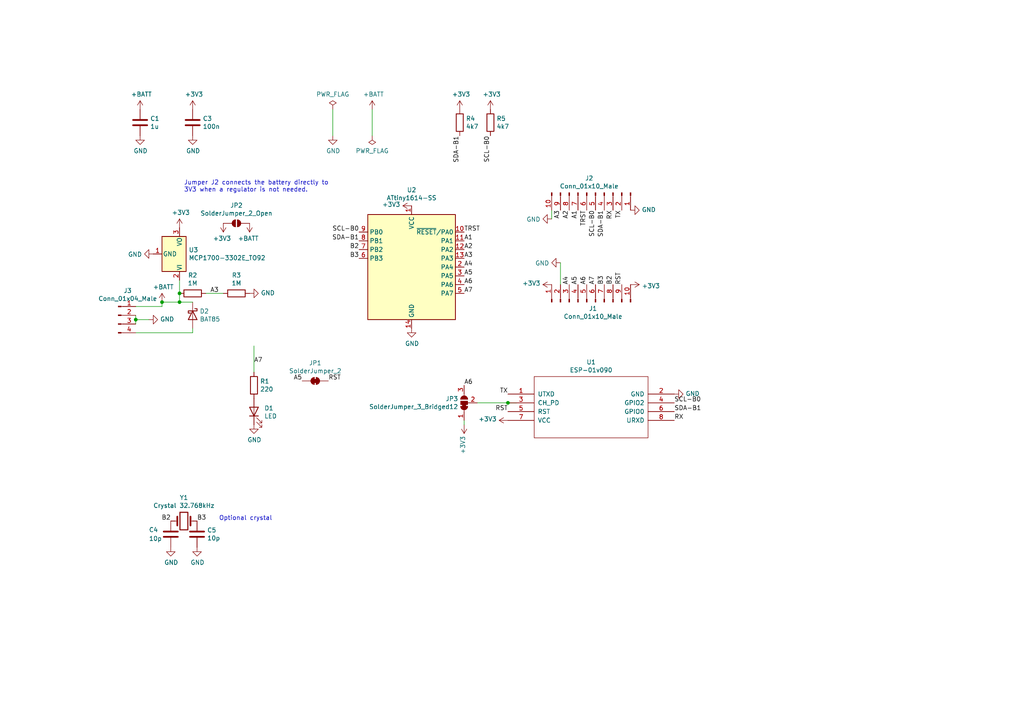
<source format=kicad_sch>
(kicad_sch (version 20250114) (generator "eeschema") (generator_version "9.0")
  (paper "A4")
  (title_block (title "ESP01 Attiny1614 board") (date "2021-09-19") (rev "2.1") (company "http://www.v7f.eu"))
  (lib_symbols
    (symbol "Device:C" (pin_numbers (hide yes)) (pin_names (offset 0.254))
      (property "Reference" "C" (at 0.635 2.54 0))
      (property "Value" "C" (at 0.635 -2.54 0))
      (symbol "C_0_1"
        (polyline (pts (xy -2.032 0.762) (xy 2.032 0.762)) (stroke (width 0.508)))
        (polyline (pts (xy -2.032 -0.762) (xy 2.032 -0.762)) (stroke (width 0.508)))
      )
      (symbol "C_1_1"
        (pin passive line (at 0 3.81 270) (length 2.794) (name "~") (number "1"))
        (pin passive line (at 0 -3.81 90) (length 2.794) (name "~") (number "2"))
      )
    )
    (symbol "Device:Crystal" (pin_numbers (hide yes)) (pin_names (offset 1.016) (hide yes))
      (property "Reference" "Y" (at 0 3.81 0))
      (property "Value" "Crystal" (at 0 -3.81 0))
      (symbol "Crystal_0_1"
        (polyline (pts (xy -2.54 0) (xy -1.905 0)))
        (polyline (pts (xy -1.905 -1.27) (xy -1.905 1.27)) (stroke (width 0.508)))
        (rectangle (start -1.143 2.54) (end 1.143 -2.54) (stroke (width 0.3048)))
        (polyline (pts (xy 1.905 -1.27) (xy 1.905 1.27)) (stroke (width 0.508)))
        (polyline (pts (xy 2.54 0) (xy 1.905 0)))
      )
      (symbol "Crystal_1_1"
        (pin passive line (at -3.81 0 0) (length 1.27) (name "1") (number "1"))
        (pin passive line (at 3.81 0 180) (length 1.27) (name "2") (number "2"))
      )
    )
    (symbol "Device:LED" (pin_numbers (hide yes)) (pin_names (offset 1.016) (hide yes))
      (property "Reference" "D" (at 0 2.54 0))
      (property "Value" "LED" (at 0 -2.54 0))
      (symbol "LED_0_1"
        (polyline (pts (xy -3.048 -0.762) (xy -4.572 -2.286) (xy -3.81 -2.286) (xy -4.572 -2.286) (xy -4.572 -1.524)))
        (polyline (pts (xy -1.778 -0.762) (xy -3.302 -2.286) (xy -2.54 -2.286) (xy -3.302 -2.286) (xy -3.302 -1.524)))
        (polyline (pts (xy -1.27 0) (xy 1.27 0)))
        (polyline (pts (xy -1.27 -1.27) (xy -1.27 1.27)) (stroke (width 0.254)))
        (polyline (pts (xy 1.27 -1.27) (xy 1.27 1.27) (xy -1.27 0) (xy 1.27 -1.27)) (stroke (width 0.254)))
      )
      (symbol "LED_1_1"
        (pin passive line (at -3.81 0 0) (length 2.54) (name "K") (number "1"))
        (pin passive line (at 3.81 0 180) (length 2.54) (name "A") (number "2"))
      )
    )
    (symbol "Device:R" (pin_numbers (hide yes)) (pin_names (offset 0))
      (property "Reference" "R" (at 2.032 0 90))
      (property "Value" "R" (at 0 0 90))
      (symbol "R_0_1"
        (rectangle (start -1.016 -2.54) (end 1.016 2.54) (stroke (width 0.254)))
      )
      (symbol "R_1_1"
        (pin passive line (at 0 3.81 270) (length 1.27) (name "~") (number "1"))
        (pin passive line (at 0 -3.81 90) (length 1.27) (name "~") (number "2"))
      )
    )
    (symbol "Diode:BAT85" (pin_numbers (hide yes)) (pin_names (offset 1.016) (hide yes))
      (property "Reference" "D" (at 0 2.54 0))
      (property "Value" "BAT85" (at 0 -2.54 0))
      (symbol "BAT85_0_1"
        (polyline (pts (xy -1.905 0.635) (xy -1.905 1.27) (xy -1.27 1.27) (xy -1.27 -1.27) (xy -0.635 -1.27) (xy -0.635 -0.635)) (stroke (width 0.254)))
        (polyline (pts (xy 1.27 1.27) (xy 1.27 -1.27) (xy -1.27 0) (xy 1.27 1.27)) (stroke (width 0.254)))
        (polyline (pts (xy 1.27 0) (xy -1.27 0)))
      )
      (symbol "BAT85_1_1"
        (pin passive line (at -3.81 0 0) (length 2.54) (name "K") (number "1"))
        (pin passive line (at 3.81 0 180) (length 2.54) (name "A") (number "2"))
      )
    )
    (symbol "ESP8266:ESP-01v090" (pin_names (offset 1.016))
      (property "Reference" "U" (at 0 -2.54 0))
      (property "Value" "ESP-01v090" (at 0 2.54 0))
      (symbol "ESP-01v090_1_0"
        (rectangle (start -16.51 -8.89) (end 16.51 8.89))
      )
      (symbol "ESP-01v090_1_1"
        (pin output line (at -24.13 3.81 0) (length 7.62) (name "UTXD") (number "1"))
        (pin input line (at -24.13 1.27 0) (length 7.62) (name "CH_PD") (number "3"))
        (pin input line (at -24.13 -1.27 0) (length 7.62) (name "RST") (number "5"))
        (pin power_in line (at -24.13 -3.81 0) (length 7.62) (name "VCC") (number "7"))
        (pin power_in line (at 24.13 3.81 180) (length 7.62) (name "GND") (number "2"))
        (pin tri_state line (at 24.13 1.27 180) (length 7.62) (name "GPIO2") (number "4"))
        (pin tri_state line (at 24.13 -1.27 180) (length 7.62) (name "GPIO0") (number "6"))
        (pin input line (at 24.13 -3.81 180) (length 7.62) (name "URXD") (number "8"))
      )
    )
    (symbol "ESPTiny1614-rescue:+3V3-power" (power) (pin_names (offset 0))
      (property "Value" "power_+3V3" (at 0 3.556 0))
      (symbol "+3V3-power_0_1"
        (polyline (pts (xy -0.762 1.27) (xy 0 2.54)))
        (polyline (pts (xy 0 2.54) (xy 0.762 1.27)))
        (polyline (pts (xy 0 0) (xy 0 2.54)))
      )
      (symbol "+3V3-power_1_1"
        (pin power_in line (at 0 0 90) (length 0) (hide yes) (name "+3V3") (number "1"))
      )
    )
    (symbol "ESPTiny1614-rescue:+BATT-power" (power) (pin_names (offset 0))
      (property "Value" "power_+BATT" (at 0 3.556 0))
      (symbol "+BATT-power_0_1"
        (polyline (pts (xy -0.762 1.27) (xy 0 2.54)))
        (polyline (pts (xy 0 2.54) (xy 0.762 1.27)))
        (polyline (pts (xy 0 0) (xy 0 2.54)))
      )
      (symbol "+BATT-power_1_1"
        (pin power_in line (at 0 0 90) (length 0) (hide yes) (name "+BATT") (number "1"))
      )
    )
    (symbol "ESPTiny1614-rescue:Conn_01x04_Male-Connector" (pin_names (offset 1.016) (hide yes))
      (property "Reference" "J" (at 0 5.08 0))
      (property "Value" "Connector_Conn_01x04_Male" (at 0 -7.62 0))
      (symbol "Conn_01x04_Male-Connector_1_1"
        (rectangle (start 0.8636 2.667) (end 0 2.413) (stroke (width 0.1524)) (fill (type outline)))
        (rectangle (start 0.8636 0.127) (end 0 -0.127) (stroke (width 0.1524)) (fill (type outline)))
        (rectangle (start 0.8636 -2.413) (end 0 -2.667) (stroke (width 0.1524)) (fill (type outline)))
        (rectangle (start 0.8636 -4.953) (end 0 -5.207) (stroke (width 0.1524)) (fill (type outline)))
        (polyline (pts (xy 1.27 2.54) (xy 0.8636 2.54)) (stroke (width 0.1524)))
        (polyline (pts (xy 1.27 0) (xy 0.8636 0)) (stroke (width 0.1524)))
        (polyline (pts (xy 1.27 -2.54) (xy 0.8636 -2.54)) (stroke (width 0.1524)))
        (polyline (pts (xy 1.27 -5.08) (xy 0.8636 -5.08)) (stroke (width 0.1524)))
        (pin passive line (at 5.08 2.54 180) (length 3.81) (name "Pin_1") (number "1"))
        (pin passive line (at 5.08 0 180) (length 3.81) (name "Pin_2") (number "2"))
        (pin passive line (at 5.08 -2.54 180) (length 3.81) (name "Pin_3") (number "3"))
        (pin passive line (at 5.08 -5.08 180) (length 3.81) (name "Pin_4") (number "4"))
      )
    )
    (symbol "ESPTiny1614-rescue:Conn_01x10_Male-Connector" (pin_names (offset 1.016) (hide yes))
      (property "Reference" "J" (at 0 12.7 0))
      (property "Value" "Connector_Conn_01x10_Male" (at 0 -15.24 0))
      (symbol "Conn_01x10_Male-Connector_1_1"
        (rectangle (start 0.8636 10.287) (end 0 10.033) (stroke (width 0.1524)) (fill (type outline)))
        (rectangle (start 0.8636 7.747) (end 0 7.493) (stroke (width 0.1524)) (fill (type outline)))
        (rectangle (start 0.8636 5.207) (end 0 4.953) (stroke (width 0.1524)) (fill (type outline)))
        (rectangle (start 0.8636 2.667) (end 0 2.413) (stroke (width 0.1524)) (fill (type outline)))
        (rectangle (start 0.8636 0.127) (end 0 -0.127) (stroke (width 0.1524)) (fill (type outline)))
        (rectangle (start 0.8636 -2.413) (end 0 -2.667) (stroke (width 0.1524)) (fill (type outline)))
        (rectangle (start 0.8636 -4.953) (end 0 -5.207) (stroke (width 0.1524)) (fill (type outline)))
        (rectangle (start 0.8636 -7.493) (end 0 -7.747) (stroke (width 0.1524)) (fill (type outline)))
        (rectangle (start 0.8636 -10.033) (end 0 -10.287) (stroke (width 0.1524)) (fill (type outline)))
        (rectangle (start 0.8636 -12.573) (end 0 -12.827) (stroke (width 0.1524)) (fill (type outline)))
        (polyline (pts (xy 1.27 10.16) (xy 0.8636 10.16)) (stroke (width 0.1524)))
        (polyline (pts (xy 1.27 7.62) (xy 0.8636 7.62)) (stroke (width 0.1524)))
        (polyline (pts (xy 1.27 5.08) (xy 0.8636 5.08)) (stroke (width 0.1524)))
        (polyline (pts (xy 1.27 2.54) (xy 0.8636 2.54)) (stroke (width 0.1524)))
        (polyline (pts (xy 1.27 0) (xy 0.8636 0)) (stroke (width 0.1524)))
        (polyline (pts (xy 1.27 -2.54) (xy 0.8636 -2.54)) (stroke (width 0.1524)))
        (polyline (pts (xy 1.27 -5.08) (xy 0.8636 -5.08)) (stroke (width 0.1524)))
        (polyline (pts (xy 1.27 -7.62) (xy 0.8636 -7.62)) (stroke (width 0.1524)))
        (polyline (pts (xy 1.27 -10.16) (xy 0.8636 -10.16)) (stroke (width 0.1524)))
        (polyline (pts (xy 1.27 -12.7) (xy 0.8636 -12.7)) (stroke (width 0.1524)))
        (pin passive line (at 5.08 10.16 180) (length 3.81) (name "Pin_1") (number "1"))
        (pin passive line (at 5.08 7.62 180) (length 3.81) (name "Pin_2") (number "2"))
        (pin passive line (at 5.08 5.08 180) (length 3.81) (name "Pin_3") (number "3"))
        (pin passive line (at 5.08 2.54 180) (length 3.81) (name "Pin_4") (number "4"))
        (pin passive line (at 5.08 0 180) (length 3.81) (name "Pin_5") (number "5"))
        (pin passive line (at 5.08 -2.54 180) (length 3.81) (name "Pin_6") (number "6"))
        (pin passive line (at 5.08 -5.08 180) (length 3.81) (name "Pin_7") (number "7"))
        (pin passive line (at 5.08 -7.62 180) (length 3.81) (name "Pin_8") (number "8"))
        (pin passive line (at 5.08 -10.16 180) (length 3.81) (name "Pin_9") (number "9"))
        (pin passive line (at 5.08 -12.7 180) (length 3.81) (name "Pin_10") (number "10"))
      )
    )
    (symbol "ESPTiny1614-rescue:GND-power" (power) (pin_names (offset 0))
      (property "Value" "power_GND" (at 0 -3.81 0))
      (symbol "GND-power_0_1"
        (polyline (pts (xy 0 0) (xy 0 -1.27) (xy 1.27 -1.27) (xy 0 -2.54) (xy -1.27 -1.27) (xy 0 -1.27)))
      )
      (symbol "GND-power_1_1"
        (pin power_in line (at 0 0 270) (length 0) (hide yes) (name "GND") (number "1"))
      )
    )
    (symbol "ESPTiny1614-rescue:MCP1700-3302E_TO92-Regulator_Linear" (pin_names (offset 0.254))
      (property "Reference" "U" (at -3.81 -3.175 0))
      (property "Value" "Regulator_Linear_MCP1700-3302E_TO92" (at 0 -3.175 0))
      (symbol "MCP1700-3302E_TO92-Regulator_Linear_0_1"
        (rectangle (start -5.08 5.08) (end 5.08 -1.905) (stroke (width 0.254)) (fill (type background)))
      )
      (symbol "MCP1700-3302E_TO92-Regulator_Linear_1_1"
        (pin power_in line (at -7.62 0 0) (length 2.54) (name "VI") (number "2"))
        (pin power_in line (at 0 7.62 270) (length 2.54) (name "GND") (number "1"))
        (pin power_out line (at 7.62 0 180) (length 2.54) (name "VO") (number "3"))
      )
    )
    (symbol "ESPTiny1614-rescue:PWR_FLAG-power" (power) (pin_numbers (hide yes)) (pin_names (offset 0) (hide yes))
      (property "Value" "power_PWR_FLAG" (at 0 3.81 0))
      (symbol "PWR_FLAG-power_0_0"
        (pin power_out line (at 0 0 90) (length 0) (name "pwr") (number "1"))
      )
      (symbol "PWR_FLAG-power_0_1"
        (polyline (pts (xy 0 0) (xy 0 1.27) (xy -1.016 1.905) (xy 0 2.54) (xy 1.016 1.905) (xy 0 1.27)))
      )
    )
    (symbol "Jumper:SolderJumper_2_Bridged" (pin_numbers (hide yes)) (pin_names (offset 0) (hide yes)) (exclude_from_sim yes) (in_bom no)
      (property "Reference" "JP" (at 0 2.032 0))
      (property "Value" "SolderJumper_2_Bridged" (at 0 -2.54 0))
      (symbol "SolderJumper_2_Bridged_0_1"
        (rectangle (start -0.508 0.508) (end 0.508 -0.508) (fill (type outline)))
        (polyline (pts (xy -0.254 1.016) (xy -0.254 -1.016)))
        (arc (start -0.254 -1.016) (mid -1.2656 0) (end -0.254 1.016))
        (arc (start -0.254 -1.016) (mid -1.2656 0) (end -0.254 1.016) (fill (type outline)))
        (arc (start 0.254 1.016) (mid 1.2656 0) (end 0.254 -1.016))
        (arc (start 0.254 1.016) (mid 1.2656 0) (end 0.254 -1.016) (fill (type outline)))
        (polyline (pts (xy 0.254 1.016) (xy 0.254 -1.016)))
      )
      (symbol "SolderJumper_2_Bridged_1_1"
        (pin passive line (at -3.81 0 0) (length 2.54) (name "A") (number "1"))
        (pin passive line (at 3.81 0 180) (length 2.54) (name "B") (number "2"))
      )
    )
    (symbol "Jumper:SolderJumper_2_Open" (pin_numbers (hide yes)) (pin_names (offset 0) (hide yes)) (exclude_from_sim yes) (in_bom no)
      (property "Reference" "JP" (at 0 2.032 0))
      (property "Value" "SolderJumper_2_Open" (at 0 -2.54 0))
      (symbol "SolderJumper_2_Open_0_1"
        (polyline (pts (xy -0.254 1.016) (xy -0.254 -1.016)))
        (arc (start -0.254 -1.016) (mid -1.2656 0) (end -0.254 1.016))
        (arc (start -0.254 -1.016) (mid -1.2656 0) (end -0.254 1.016) (fill (type outline)))
        (arc (start 0.254 1.016) (mid 1.2656 0) (end 0.254 -1.016))
        (arc (start 0.254 1.016) (mid 1.2656 0) (end 0.254 -1.016) (fill (type outline)))
        (polyline (pts (xy 0.254 1.016) (xy 0.254 -1.016)))
      )
      (symbol "SolderJumper_2_Open_1_1"
        (pin passive line (at -3.81 0 0) (length 2.54) (name "A") (number "1"))
        (pin passive line (at 3.81 0 180) (length 2.54) (name "B") (number "2"))
      )
    )
    (symbol "MCU_Microchip_ATtiny:ATtiny1614-SS"
      (property "Reference" "U" (at -12.7 16.51 0))
      (property "Value" "ATtiny1614-SS" (at 2.54 -16.51 0))
      (symbol "ATtiny1614-SS_0_1"
        (rectangle (start -12.7 -15.24) (end 12.7 15.24) (stroke (width 0.254)) (fill (type background)))
      )
      (symbol "ATtiny1614-SS_1_1"
        (pin bidirectional line (at -15.24 10.16 0) (length 2.54) (name "PB0") (number "9"))
        (pin bidirectional line (at -15.24 7.62 0) (length 2.54) (name "PB1") (number "8"))
        (pin bidirectional line (at -15.24 5.08 0) (length 2.54) (name "PB2") (number "7"))
        (pin bidirectional line (at -15.24 2.54 0) (length 2.54) (name "PB3") (number "6"))
        (pin power_in line (at 0 17.78 270) (length 2.54) (name "VCC") (number "1"))
        (pin power_in line (at 0 -17.78 90) (length 2.54) (name "GND") (number "14"))
        (pin bidirectional line (at 15.24 10.16 180) (length 2.54) (name "~{RESET}/PA0") (number "10"))
        (pin bidirectional line (at 15.24 7.62 180) (length 2.54) (name "PA1") (number "11"))
        (pin bidirectional line (at 15.24 5.08 180) (length 2.54) (name "PA2") (number "12"))
        (pin bidirectional line (at 15.24 2.54 180) (length 2.54) (name "PA3") (number "13"))
        (pin bidirectional line (at 15.24 0 180) (length 2.54) (name "PA4") (number "2"))
        (pin bidirectional line (at 15.24 -2.54 180) (length 2.54) (name "PA5") (number "3"))
        (pin bidirectional line (at 15.24 -5.08 180) (length 2.54) (name "PA6") (number "4"))
        (pin bidirectional line (at 15.24 -7.62 180) (length 2.54) (name "PA7") (number "5"))
      )
    )
    (symbol "MyJumper:SolderJumper_3_Bridged12" (pin_names (offset 0) (hide yes))
      (property "Reference" "JP" (at -2.54 -2.54 0))
      (property "Value" "SolderJumper_3_Bridged12" (at 0 2.794 0))
      (symbol "SolderJumper_3_Bridged12_0_1"
        (polyline (pts (xy -2.54 0) (xy -2.032 0)))
        (polyline (pts (xy -1.016 1.016) (xy -1.016 -1.016)))
        (rectangle (start -1.016 0.508) (end -0.508 -0.508) (fill (type outline)))
        (arc (start -1.016 -1.016) (mid -2.032 0) (end -1.016 1.016))
        (arc (start -1.016 -1.016) (mid -2.032 0) (end -1.016 1.016) (fill (type outline)))
        (rectangle (start -0.508 1.016) (end 0.508 -1.016) (fill (type outline)))
        (polyline (pts (xy 0 -1.27) (xy 0 -1.016)))
        (polyline (pts (xy 1.016 1.016) (xy 1.016 -1.016)))
        (arc (start 1.016 1.016) (mid 2.032 0) (end 1.016 -1.016))
        (arc (start 1.016 1.016) (mid 2.032 0) (end 1.016 -1.016) (fill (type outline)))
        (polyline (pts (xy 2.54 0) (xy 2.032 0)))
      )
      (symbol "SolderJumper_3_Bridged12_1_1"
        (pin passive line (at -5.08 0 0) (length 2.54) (name "A") (number "1"))
        (pin passive line (at 0 -3.81 90) (length 2.54) (name "C") (number "2"))
        (pin passive line (at 5.08 0 180) (length 2.54) (name "B") (number "3"))
      )
    )
  )
  (text "Jumper J2 connects the battery directly to\n3V3 when a regulator is not needed." (at 53.34 55.88 0) (effects (font (size 1.27 1.27)) (justify left bottom)))
  (text "Optional crystal" (at 63.5 151.13 0) (effects (font (size 1.27 1.27)) (justify left bottom)))
  (junction (at 147.32 116.84))
  (junction (at 46.99 87.63))
  (junction (at 39.37 92.71))
  (junction (at 52.07 87.63))
  (junction (at 52.07 85.09))
  (wire (pts (xy 46.99 87.63) (xy 46.99 88.9)))
  (wire (pts (xy 55.88 87.63) (xy 52.07 87.63)))
  (wire (pts (xy 96.52 31.75) (xy 96.52 39.37)))
  (wire (pts (xy 160.02 60.96) (xy 160.02 63.5)))
  (wire (pts (xy 39.37 91.44) (xy 39.37 92.71)))
  (wire (pts (xy 52.07 81.28) (xy 52.07 85.09)))
  (wire (pts (xy 149.86 116.84) (xy 147.32 116.84)))
  (wire (pts (xy 46.99 88.9) (xy 39.37 88.9)))
  (wire (pts (xy 52.07 87.63) (xy 46.99 87.63)))
  (wire (pts (xy 73.66 100.33) (xy 73.66 107.95)))
  (wire (pts (xy 162.56 76.2) (xy 162.56 82.55)))
  (wire (pts (xy 134.62 123.19) (xy 134.62 121.92)))
  (wire (pts (xy 55.88 96.52) (xy 55.88 95.25)))
  (wire (pts (xy 52.07 85.09) (xy 52.07 87.63)))
  (wire (pts (xy 147.32 116.84) (xy 138.43 116.84)))
  (wire (pts (xy 39.37 92.71) (xy 43.18 92.71)))
  (wire (pts (xy 107.95 31.75) (xy 107.95 39.37)))
  (wire (pts (xy 39.37 92.71) (xy 39.37 93.98)))
  (wire (pts (xy 59.69 85.09) (xy 64.77 85.09)))
  (wire (pts (xy 39.37 96.52) (xy 55.88 96.52)))
  (label "A6" (at 170.18 82.55 90))
  (label "A5" (at 167.64 82.55 90))
  (label "SDA-B1" (at 175.26 60.96 270))
  (label "SCL-B0" (at 195.58 116.84 0))
  (label "RST" (at 147.32 119.38 180))
  (label "B3" (at 104.14 74.93 180))
  (label "A3" (at 134.62 74.93 0))
  (label "A7" (at 172.72 82.55 90))
  (label "A5" (at 134.62 80.01 0))
  (label "A3" (at 162.56 60.96 270))
  (label "A2" (at 134.62 72.39 0))
  (label "SCL-B0" (at 104.14 67.31 180))
  (label "RX" (at 177.8 60.96 270))
  (label "TX" (at 180.34 60.96 270))
  (label "A4" (at 165.1 82.55 90))
  (label "B3" (at 175.26 82.55 90))
  (label "B2" (at 49.53 151.13 180))
  (label "RX" (at 195.58 121.92 0))
  (label "A7" (at 134.62 85.09 0))
  (label "SCL-B0" (at 172.72 60.96 270))
  (label "A6" (at 134.62 111.76 0))
  (label "TRST" (at 134.62 67.31 0))
  (label "A3" (at 60.96 85.09 0))
  (label "TX" (at 147.32 114.3 180))
  (label "A6" (at 134.62 82.55 0))
  (label "SDA-B1" (at 104.14 69.85 180))
  (label "SCL-B0" (at 142.24 39.37 270))
  (label "A5" (at 87.63 110.49 180))
  (label "A7" (at 73.66 105.41 0))
  (label "A1" (at 167.64 60.96 270))
  (label "A1" (at 134.62 69.85 0))
  (label "B2" (at 104.14 72.39 180))
  (label "A2" (at 165.1 60.96 270))
  (label "SDA-B1" (at 195.58 119.38 0))
  (label "B3" (at 57.15 151.13 0))
  (label "RST" (at 95.25 110.49 0))
  (label "RST" (at 180.34 82.55 90))
  (label "A4" (at 134.62 77.47 0))
  (label "TRST" (at 170.18 60.96 270))
  (label "B2" (at 177.8 82.55 90))
  (label "SDA-B1" (at 133.35 39.37 270))
  (symbol (lib_id "ESP8266:ESP-01v090") (at 171.45 118.11 0) (unit 1)
    (property "Reference" "U1" (at 171.45 105.029 0))
    (property "Value" "ESP-01v090" (at 171.45 107.3404 0))
    (property "Footprint" "ESP8266:ESP-01" (effects (hide yes)))
    (property "Datasheet" "http://l0l.org.uk/2014/12/esp8266-modules-hardware-guide-gotta-catch-em-all/" (effects (hide yes)))
  )
  (symbol (lib_id "ESPTiny1614-rescue:GND-power") (at 195.58 114.3 90) (unit 1)
    (property "Reference" "#PWR02" (effects (hide yes)))
    (property "Value" "GND" (at 198.8312 114.173 90) (effects (justify right)))
  )
  (symbol (lib_id "ESPTiny1614-rescue:Conn_01x10_Male-Connector") (at 170.18 87.63 90) (unit 1)
    (property "Reference" "J1" (at 172.0088 89.4842 90))
    (property "Value" "Conn_01x10_Male" (at 172.0088 91.7956 90))
    (property "Footprint" "Connector_PinHeader_2.54mm:PinHeader_1x10_P2.54mm_Vertical" (effects (hide yes)))
  )
  (symbol (lib_id "Diode:BAT85") (at 55.88 91.44 270) (unit 1)
    (property "Reference" "D2" (at 57.912 90.2716 90) (effects (justify left)))
    (property "Value" "BAT85" (at 57.912 92.583 90) (effects (justify left)))
    (property "Footprint" "Diode_THT:D_DO-35_SOD27_P2.54mm_Vertical_AnodeUp" (effects (hide yes)))
    (property "Datasheet" "https://assets.nexperia.com/documents/data-sheet/BAT85.pdf" (effects (hide yes)))
  )
  (symbol (lib_id "Device:C") (at 55.88 35.56 0) (unit 1)
    (property "Reference" "C3" (at 58.801 34.3916 0) (effects (justify left)))
    (property "Value" "100n" (at 58.801 36.703 0) (effects (justify left)))
    (property "Footprint" "Capacitor_THT:C_Disc_D3.8mm_W2.6mm_P2.50mm" (effects (hide yes)))
  )
  (symbol (lib_id "Device:LED") (at 73.66 119.38 90) (unit 1)
    (property "Reference" "D1" (at 76.6572 118.3894 90) (effects (justify right)))
    (property "Value" "LED" (at 76.6572 120.7008 90) (effects (justify right)))
    (property "Footprint" "LED_THT:LED_D3.0mm" (effects (hide yes)))
  )
  (symbol (lib_id "Device:R") (at 73.66 111.76 0) (unit 1)
    (property "Reference" "R1" (at 75.438 110.5916 0) (effects (justify left)))
    (property "Value" "220" (at 75.438 112.903 0) (effects (justify left)))
    (property "Footprint" "Resistor_THT:R_Axial_DIN0207_L6.3mm_D2.5mm_P2.54mm_Vertical" (effects (hide yes)))
  )
  (symbol (lib_id "ESPTiny1614-rescue:Conn_01x10_Male-Connector") (at 172.72 55.88 270) (unit 1)
    (property "Reference" "J2" (at 170.8912 51.689 90))
    (property "Value" "Conn_01x10_Male" (at 170.8912 54.0004 90))
    (property "Footprint" "Connector_PinHeader_2.54mm:PinHeader_1x10_P2.54mm_Vertical" (effects (hide yes)))
  )
  (symbol (lib_id "ESPTiny1614-rescue:MCP1700-3302E_TO92-Regulator_Linear") (at 52.07 73.66 90) (unit 1)
    (property "Reference" "U3" (at 54.737 72.4916 90) (effects (justify right)))
    (property "Value" "MCP1700-3302E_TO92" (at 54.737 74.803 90) (effects (justify right)))
    (property "Footprint" "Package_TO_SOT_THT:TO-92_Inline" (effects (hide yes)))
    (property "Datasheet" "http://ww1.microchip.com/downloads/en/DeviceDoc/20001826D.pdf" (effects (hide yes)))
  )
  (symbol (lib_id "Device:C") (at 40.64 35.56 0) (unit 1)
    (property "Reference" "C1" (at 43.561 34.3916 0) (effects (justify left)))
    (property "Value" "1u" (at 43.561 36.703 0) (effects (justify left)))
    (property "Footprint" "Capacitor_THT:C_Disc_D3.8mm_W2.6mm_P2.50mm" (effects (hide yes)))
  )
  (symbol (lib_id "ESPTiny1614-rescue:Conn_01x04_Male-Connector") (at 34.29 91.44 0) (unit 1)
    (property "Reference" "J3" (at 37.0332 84.3026 0))
    (property "Value" "Conn_01x04_Male" (at 37.0332 86.614 0))
    (property "Footprint" "Connector_PinHeader_2.54mm:PinHeader_1x04_P2.54mm_Vertical" (effects (hide yes)))
  )
  (symbol (lib_id "ESPTiny1614-rescue:GND-power") (at 43.18 92.71 90) (unit 1)
    (property "Reference" "#PWR0101" (effects (hide yes)))
    (property "Value" "GND" (at 46.4312 92.583 90) (effects (justify right)))
  )
  (symbol (lib_id "ESPTiny1614-rescue:+BATT-power") (at 46.99 87.63 0) (unit 1)
    (property "Reference" "#PWR0102" (effects (hide yes)))
    (property "Value" "+BATT" (at 47.371 83.2358 0))
  )
  (symbol (lib_id "ESPTiny1614-rescue:GND-power") (at 44.45 73.66 270) (unit 1)
    (property "Reference" "#PWR0103" (effects (hide yes)))
    (property "Value" "GND" (at 41.1988 73.787 90) (effects (justify right)))
  )
  (symbol (lib_id "ESPTiny1614-rescue:+3V3-power") (at 52.07 66.04 0) (unit 1)
    (property "Reference" "#PWR0104" (effects (hide yes)))
    (property "Value" "+3V3" (at 52.451 61.6458 0))
  )
  (symbol (lib_id "ESPTiny1614-rescue:+3V3-power") (at 55.88 31.75 0) (unit 1)
    (property "Reference" "#PWR0106" (effects (hide yes)))
    (property "Value" "+3V3" (at 56.261 27.3558 0))
  )
  (symbol (lib_id "ESPTiny1614-rescue:GND-power") (at 55.88 39.37 0) (unit 1)
    (property "Reference" "#PWR0107" (effects (hide yes)))
    (property "Value" "GND" (at 56.007 43.7642 0))
  )
  (symbol (lib_id "ESPTiny1614-rescue:GND-power") (at 40.64 39.37 0) (unit 1)
    (property "Reference" "#PWR0109" (effects (hide yes)))
    (property "Value" "GND" (at 40.767 43.7642 0))
  )
  (symbol (lib_id "ESPTiny1614-rescue:+BATT-power") (at 40.64 31.75 0) (unit 1)
    (property "Reference" "#PWR0110" (effects (hide yes)))
    (property "Value" "+BATT" (at 41.021 27.3558 0))
  )
  (symbol (lib_id "ESPTiny1614-rescue:GND-power") (at 73.66 123.19 0) (unit 1)
    (property "Reference" "#PWR0111" (effects (hide yes)))
    (property "Value" "GND" (at 73.787 127.5842 0))
  )
  (symbol (lib_id "ESPTiny1614-rescue:GND-power") (at 96.52 39.37 0) (unit 1)
    (property "Reference" "#PWR0112" (effects (hide yes)))
    (property "Value" "GND" (at 96.647 43.7642 0))
  )
  (symbol (lib_id "ESPTiny1614-rescue:PWR_FLAG-power") (at 96.52 31.75 0) (unit 1)
    (property "Reference" "#FLG0101" (effects (hide yes)))
    (property "Value" "PWR_FLAG" (at 96.52 27.3558 0))
  )
  (symbol (lib_id "ESPTiny1614-rescue:+3V3-power") (at 147.32 121.92 90) (unit 1)
    (property "Reference" "#PWR0116" (effects (hide yes)))
    (property "Value" "+3V3" (at 144.0688 121.539 90) (effects (justify left)))
  )
  (symbol (lib_id "ESPTiny1614-rescue:+3V3-power") (at 182.88 82.55 270) (unit 1)
    (property "Reference" "#PWR0118" (effects (hide yes)))
    (property "Value" "+3V3" (at 186.1312 82.931 90) (effects (justify left)))
  )
  (symbol (lib_id "ESPTiny1614-rescue:GND-power") (at 182.88 60.96 90) (unit 1)
    (property "Reference" "#PWR0119" (effects (hide yes)))
    (property "Value" "GND" (at 186.1312 60.833 90) (effects (justify right)))
  )
  (symbol (lib_id "ESPTiny1614-rescue:GND-power") (at 160.02 63.5 270) (unit 1)
    (property "Reference" "#PWR0120" (effects (hide yes)))
    (property "Value" "GND" (at 156.7688 63.627 90) (effects (justify right)))
  )
  (symbol (lib_id "ESPTiny1614-rescue:+3V3-power") (at 160.02 82.55 90) (unit 1)
    (property "Reference" "#PWR0121" (effects (hide yes)))
    (property "Value" "+3V3" (at 156.7688 82.169 90) (effects (justify left)))
  )
  (symbol (lib_id "ESPTiny1614-rescue:GND-power") (at 162.56 76.2 270) (unit 1)
    (property "Reference" "#PWR0122" (effects (hide yes)))
    (property "Value" "GND" (at 159.3088 76.327 90) (effects (justify right)))
  )
  (symbol (lib_id "ESPTiny1614-rescue:PWR_FLAG-power") (at 107.95 39.37 180) (unit 1)
    (property "Reference" "#FLG0103" (effects (hide yes)))
    (property "Value" "PWR_FLAG" (at 107.95 43.7642 0))
  )
  (symbol (lib_id "ESPTiny1614-rescue:+BATT-power") (at 107.95 31.75 0) (unit 1)
    (property "Reference" "#PWR0123" (effects (hide yes)))
    (property "Value" "+BATT" (at 108.331 27.3558 0))
  )
  (symbol (lib_id "ESPTiny1614-rescue:+3V3-power") (at 133.35 31.75 0) (unit 1)
    (property "Reference" "#PWR03" (effects (hide yes)))
    (property "Value" "+3V3" (at 133.731 27.3558 0))
  )
  (symbol (lib_id "Device:R") (at 133.35 35.56 0) (unit 1)
    (property "Reference" "R4" (at 135.128 34.3916 0) (effects (justify left)))
    (property "Value" "4k7" (at 135.128 36.703 0) (effects (justify left)))
    (property "Footprint" "Resistor_THT:R_Axial_DIN0207_L6.3mm_D2.5mm_P2.54mm_Vertical" (effects (hide yes)))
  )
  (symbol (lib_id "ESPTiny1614-rescue:+3V3-power") (at 142.24 31.75 0) (unit 1)
    (property "Reference" "#PWR04" (effects (hide yes)))
    (property "Value" "+3V3" (at 142.621 27.3558 0))
  )
  (symbol (lib_id "Device:R") (at 142.24 35.56 0) (unit 1)
    (property "Reference" "R5" (at 144.018 34.3916 0) (effects (justify left)))
    (property "Value" "4k7" (at 144.018 36.703 0) (effects (justify left)))
    (property "Footprint" "Resistor_THT:R_Axial_DIN0207_L6.3mm_D2.5mm_P2.54mm_Vertical" (effects (hide yes)))
  )
  (symbol (lib_id "Jumper:SolderJumper_2_Bridged") (at 91.44 110.49 0) (unit 1)
    (property "Reference" "JP1" (at 91.44 105.283 0))
    (property "Value" "SolderJumper_2" (at 91.44 107.5944 0))
    (property "Footprint" "Jumper:SolderJumper-2_P1.3mm_Bridged_RoundedPad1.0x1.5mm" (effects (hide yes)))
  )
  (symbol (lib_id "Jumper:SolderJumper_2_Open") (at 68.58 64.77 0) (unit 1)
    (property "Reference" "JP2" (at 68.58 59.563 0))
    (property "Value" "SolderJumper_2_Open" (at 68.58 61.8744 0))
    (property "Footprint" "Jumper:SolderJumper-2_P1.3mm_Open_Pad1.0x1.5mm" (effects (hide yes)))
  )
  (symbol (lib_id "ESPTiny1614-rescue:+BATT-power") (at 72.39 64.77 180) (unit 1)
    (property "Reference" "#PWR07" (effects (hide yes)))
    (property "Value" "+BATT" (at 72.009 69.1642 0))
  )
  (symbol (lib_id "ESPTiny1614-rescue:+3V3-power") (at 64.77 64.77 180) (unit 1)
    (property "Reference" "#PWR06" (effects (hide yes)))
    (property "Value" "+3V3" (at 64.389 69.1642 0))
  )
  (symbol (lib_id "MyJumper:SolderJumper_3_Bridged12") (at 134.62 116.84 90) (unit 1)
    (property "Reference" "JP3" (at 132.8928 115.6716 90) (effects (justify left)))
    (property "Value" "SolderJumper_3_Bridged12" (at 132.8928 117.983 90) (effects (justify left)))
    (property "Footprint" "Jumper:SolderJumper-3_P1.3mm_Bridged12_RoundedPad1.0x1.5mm_NumberLabels" (effects (hide yes)))
  )
  (symbol (lib_id "Device:R") (at 55.88 85.09 270) (unit 1)
    (property "Reference" "R2" (at 55.88 79.8322 90))
    (property "Value" "1M" (at 55.88 82.1436 90))
    (property "Footprint" "Resistor_THT:R_Axial_DIN0207_L6.3mm_D2.5mm_P2.54mm_Vertical" (effects (hide yes)))
  )
  (symbol (lib_id "Device:R") (at 68.58 85.09 270) (unit 1)
    (property "Reference" "R3" (at 68.58 79.8322 90))
    (property "Value" "1M" (at 68.58 82.1436 90))
    (property "Footprint" "Resistor_THT:R_Axial_DIN0207_L6.3mm_D2.5mm_P2.54mm_Vertical" (effects (hide yes)))
  )
  (symbol (lib_id "ESPTiny1614-rescue:GND-power") (at 72.39 85.09 90) (unit 1)
    (property "Reference" "#PWR01" (effects (hide yes)))
    (property "Value" "GND" (at 75.6412 84.963 90) (effects (justify right)))
  )
  (symbol (lib_id "MCU_Microchip_ATtiny:ATtiny1614-SS") (at 119.38 77.47 0) (unit 1)
    (property "Reference" "U2" (at 119.38 55.0926 0))
    (property "Value" "ATtiny1614-SS" (at 119.38 57.404 0))
    (property "Footprint" "Package_SO:SOIC-14_3.9x8.7mm_P1.27mm" (effects (hide yes)))
    (property "Datasheet" "http://ww1.microchip.com/downloads/en/DeviceDoc/ATtiny1614-data-sheet-40001995A.pdf" (effects (hide yes)))
  )
  (symbol (lib_id "ESPTiny1614-rescue:+3V3-power") (at 119.38 59.69 90) (unit 1)
    (property "Reference" "#PWR0113" (effects (hide yes)))
    (property "Value" "+3V3" (at 116.1288 59.309 90) (effects (justify left)))
  )
  (symbol (lib_id "ESPTiny1614-rescue:GND-power") (at 119.38 95.25 0) (unit 1)
    (property "Reference" "#PWR0114" (effects (hide yes)))
    (property "Value" "GND" (at 119.507 99.6442 0))
  )
  (symbol (lib_id "ESPTiny1614-rescue:+3V3-power") (at 134.62 123.19 180) (unit 1)
    (property "Reference" "#PWR05" (effects (hide yes)))
    (property "Value" "+3V3" (at 134.239 126.4412 90) (effects (justify left)))
  )
  (symbol (lib_id "Device:Crystal") (at 53.34 151.13 0) (unit 1)
    (property "Reference" "Y1" (at 53.34 144.3228 0))
    (property "Value" "Crystal 32.768kHz" (at 53.34 146.6342 0))
    (property "Footprint" "Crystal:Crystal_Round_D3.0mm_Vertical" (effects (hide yes)))
  )
  (symbol (lib_id "Device:C") (at 57.15 154.94 0) (unit 1)
    (property "Reference" "C5" (at 60.071 153.7716 0) (effects (justify left)))
    (property "Value" "10p" (at 60.071 156.083 0) (effects (justify left)))
    (property "Footprint" "Capacitor_THT:C_Disc_D3.0mm_W1.6mm_P2.50mm" (effects (hide yes)))
  )
  (symbol (lib_id "Device:C") (at 49.53 154.94 0) (unit 1)
    (property "Reference" "C4" (at 43.18 153.67 0) (effects (justify left)))
    (property "Value" "10p" (at 43.18 156.21 0) (effects (justify left)))
    (property "Footprint" "Capacitor_THT:C_Disc_D3.0mm_W1.6mm_P2.50mm" (effects (hide yes)))
  )
  (symbol (lib_id "ESPTiny1614-rescue:GND-power") (at 57.15 158.75 0) (unit 1)
    (property "Reference" "#PWR0115" (effects (hide yes)))
    (property "Value" "GND" (at 57.277 163.1442 0))
  )
  (symbol (lib_id "ESPTiny1614-rescue:GND-power") (at 49.53 158.75 0) (unit 1)
    (property "Reference" "#PWR0117" (effects (hide yes)))
    (property "Value" "GND" (at 49.657 163.1442 0))
  )
)
</source>
